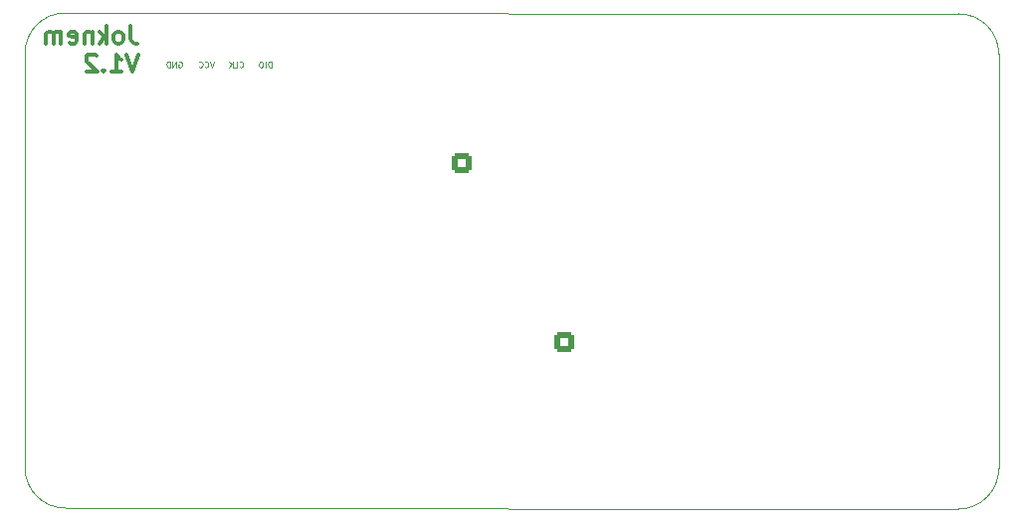
<source format=gbo>
%TF.GenerationSoftware,KiCad,Pcbnew,7.0.2-0*%
%TF.CreationDate,2024-06-12T14:29:37+08:00*%
%TF.ProjectId,angle_detect,616e676c-655f-4646-9574-6563742e6b69,rev?*%
%TF.SameCoordinates,Original*%
%TF.FileFunction,Legend,Bot*%
%TF.FilePolarity,Positive*%
%FSLAX46Y46*%
G04 Gerber Fmt 4.6, Leading zero omitted, Abs format (unit mm)*
G04 Created by KiCad (PCBNEW 7.0.2-0) date 2024-06-12 14:29:37*
%MOMM*%
%LPD*%
G01*
G04 APERTURE LIST*
G04 Aperture macros list*
%AMRoundRect*
0 Rectangle with rounded corners*
0 $1 Rounding radius*
0 $2 $3 $4 $5 $6 $7 $8 $9 X,Y pos of 4 corners*
0 Add a 4 corners polygon primitive as box body*
4,1,4,$2,$3,$4,$5,$6,$7,$8,$9,$2,$3,0*
0 Add four circle primitives for the rounded corners*
1,1,$1+$1,$2,$3*
1,1,$1+$1,$4,$5*
1,1,$1+$1,$6,$7*
1,1,$1+$1,$8,$9*
0 Add four rect primitives between the rounded corners*
20,1,$1+$1,$2,$3,$4,$5,0*
20,1,$1+$1,$4,$5,$6,$7,0*
20,1,$1+$1,$6,$7,$8,$9,0*
20,1,$1+$1,$8,$9,$2,$3,0*%
G04 Aperture macros list end*
%ADD10C,0.300000*%
%ADD11C,0.100000*%
%ADD12RoundRect,0.250000X-0.620000X0.620000X-0.620000X-0.620000X0.620000X-0.620000X0.620000X0.620000X0*%
%ADD13C,1.740000*%
%ADD14R,1.700000X1.700000*%
%ADD15O,1.700000X1.700000*%
%ADD16C,0.650000*%
%ADD17O,1.000000X2.100000*%
%ADD18O,1.000000X1.800000*%
%ADD19RoundRect,0.250000X0.620000X-0.620000X0.620000X0.620000X-0.620000X0.620000X-0.620000X-0.620000X0*%
%TA.AperFunction,Profile*%
%ADD20C,0.100000*%
%TD*%
G04 APERTURE END LIST*
D10*
X58269285Y-129617428D02*
X58269285Y-130688857D01*
X58269285Y-130688857D02*
X58340714Y-130903142D01*
X58340714Y-130903142D02*
X58483571Y-131046000D01*
X58483571Y-131046000D02*
X58697857Y-131117428D01*
X58697857Y-131117428D02*
X58840714Y-131117428D01*
X57340714Y-131117428D02*
X57483571Y-131046000D01*
X57483571Y-131046000D02*
X57555000Y-130974571D01*
X57555000Y-130974571D02*
X57626428Y-130831714D01*
X57626428Y-130831714D02*
X57626428Y-130403142D01*
X57626428Y-130403142D02*
X57555000Y-130260285D01*
X57555000Y-130260285D02*
X57483571Y-130188857D01*
X57483571Y-130188857D02*
X57340714Y-130117428D01*
X57340714Y-130117428D02*
X57126428Y-130117428D01*
X57126428Y-130117428D02*
X56983571Y-130188857D01*
X56983571Y-130188857D02*
X56912143Y-130260285D01*
X56912143Y-130260285D02*
X56840714Y-130403142D01*
X56840714Y-130403142D02*
X56840714Y-130831714D01*
X56840714Y-130831714D02*
X56912143Y-130974571D01*
X56912143Y-130974571D02*
X56983571Y-131046000D01*
X56983571Y-131046000D02*
X57126428Y-131117428D01*
X57126428Y-131117428D02*
X57340714Y-131117428D01*
X56197857Y-131117428D02*
X56197857Y-129617428D01*
X56055000Y-130546000D02*
X55626428Y-131117428D01*
X55626428Y-130117428D02*
X56197857Y-130688857D01*
X54983571Y-130117428D02*
X54983571Y-131117428D01*
X54983571Y-130260285D02*
X54912142Y-130188857D01*
X54912142Y-130188857D02*
X54769285Y-130117428D01*
X54769285Y-130117428D02*
X54554999Y-130117428D01*
X54554999Y-130117428D02*
X54412142Y-130188857D01*
X54412142Y-130188857D02*
X54340714Y-130331714D01*
X54340714Y-130331714D02*
X54340714Y-131117428D01*
X53054999Y-131046000D02*
X53197856Y-131117428D01*
X53197856Y-131117428D02*
X53483571Y-131117428D01*
X53483571Y-131117428D02*
X53626428Y-131046000D01*
X53626428Y-131046000D02*
X53697856Y-130903142D01*
X53697856Y-130903142D02*
X53697856Y-130331714D01*
X53697856Y-130331714D02*
X53626428Y-130188857D01*
X53626428Y-130188857D02*
X53483571Y-130117428D01*
X53483571Y-130117428D02*
X53197856Y-130117428D01*
X53197856Y-130117428D02*
X53054999Y-130188857D01*
X53054999Y-130188857D02*
X52983571Y-130331714D01*
X52983571Y-130331714D02*
X52983571Y-130474571D01*
X52983571Y-130474571D02*
X53697856Y-130617428D01*
X52340714Y-131117428D02*
X52340714Y-130117428D01*
X52340714Y-130260285D02*
X52269285Y-130188857D01*
X52269285Y-130188857D02*
X52126428Y-130117428D01*
X52126428Y-130117428D02*
X51912142Y-130117428D01*
X51912142Y-130117428D02*
X51769285Y-130188857D01*
X51769285Y-130188857D02*
X51697857Y-130331714D01*
X51697857Y-130331714D02*
X51697857Y-131117428D01*
X51697857Y-130331714D02*
X51626428Y-130188857D01*
X51626428Y-130188857D02*
X51483571Y-130117428D01*
X51483571Y-130117428D02*
X51269285Y-130117428D01*
X51269285Y-130117428D02*
X51126428Y-130188857D01*
X51126428Y-130188857D02*
X51054999Y-130331714D01*
X51054999Y-130331714D02*
X51054999Y-131117428D01*
X58912142Y-132047428D02*
X58412142Y-133547428D01*
X58412142Y-133547428D02*
X57912142Y-132047428D01*
X56626428Y-133547428D02*
X57483571Y-133547428D01*
X57055000Y-133547428D02*
X57055000Y-132047428D01*
X57055000Y-132047428D02*
X57197857Y-132261714D01*
X57197857Y-132261714D02*
X57340714Y-132404571D01*
X57340714Y-132404571D02*
X57483571Y-132476000D01*
X55983572Y-133404571D02*
X55912143Y-133476000D01*
X55912143Y-133476000D02*
X55983572Y-133547428D01*
X55983572Y-133547428D02*
X56055000Y-133476000D01*
X56055000Y-133476000D02*
X55983572Y-133404571D01*
X55983572Y-133404571D02*
X55983572Y-133547428D01*
X55340714Y-132190285D02*
X55269286Y-132118857D01*
X55269286Y-132118857D02*
X55126429Y-132047428D01*
X55126429Y-132047428D02*
X54769286Y-132047428D01*
X54769286Y-132047428D02*
X54626429Y-132118857D01*
X54626429Y-132118857D02*
X54555000Y-132190285D01*
X54555000Y-132190285D02*
X54483571Y-132333142D01*
X54483571Y-132333142D02*
X54483571Y-132476000D01*
X54483571Y-132476000D02*
X54555000Y-132690285D01*
X54555000Y-132690285D02*
X55412143Y-133547428D01*
X55412143Y-133547428D02*
X54483571Y-133547428D01*
D11*
X65357380Y-132661809D02*
X65190714Y-133161809D01*
X65190714Y-133161809D02*
X65024047Y-132661809D01*
X64571667Y-133114190D02*
X64595476Y-133138000D01*
X64595476Y-133138000D02*
X64666905Y-133161809D01*
X64666905Y-133161809D02*
X64714524Y-133161809D01*
X64714524Y-133161809D02*
X64785952Y-133138000D01*
X64785952Y-133138000D02*
X64833571Y-133090380D01*
X64833571Y-133090380D02*
X64857381Y-133042761D01*
X64857381Y-133042761D02*
X64881190Y-132947523D01*
X64881190Y-132947523D02*
X64881190Y-132876095D01*
X64881190Y-132876095D02*
X64857381Y-132780857D01*
X64857381Y-132780857D02*
X64833571Y-132733238D01*
X64833571Y-132733238D02*
X64785952Y-132685619D01*
X64785952Y-132685619D02*
X64714524Y-132661809D01*
X64714524Y-132661809D02*
X64666905Y-132661809D01*
X64666905Y-132661809D02*
X64595476Y-132685619D01*
X64595476Y-132685619D02*
X64571667Y-132709428D01*
X64071667Y-133114190D02*
X64095476Y-133138000D01*
X64095476Y-133138000D02*
X64166905Y-133161809D01*
X64166905Y-133161809D02*
X64214524Y-133161809D01*
X64214524Y-133161809D02*
X64285952Y-133138000D01*
X64285952Y-133138000D02*
X64333571Y-133090380D01*
X64333571Y-133090380D02*
X64357381Y-133042761D01*
X64357381Y-133042761D02*
X64381190Y-132947523D01*
X64381190Y-132947523D02*
X64381190Y-132876095D01*
X64381190Y-132876095D02*
X64357381Y-132780857D01*
X64357381Y-132780857D02*
X64333571Y-132733238D01*
X64333571Y-132733238D02*
X64285952Y-132685619D01*
X64285952Y-132685619D02*
X64214524Y-132661809D01*
X64214524Y-132661809D02*
X64166905Y-132661809D01*
X64166905Y-132661809D02*
X64095476Y-132685619D01*
X64095476Y-132685619D02*
X64071667Y-132709428D01*
X70238952Y-133161809D02*
X70238952Y-132661809D01*
X70238952Y-132661809D02*
X70119904Y-132661809D01*
X70119904Y-132661809D02*
X70048476Y-132685619D01*
X70048476Y-132685619D02*
X70000857Y-132733238D01*
X70000857Y-132733238D02*
X69977047Y-132780857D01*
X69977047Y-132780857D02*
X69953238Y-132876095D01*
X69953238Y-132876095D02*
X69953238Y-132947523D01*
X69953238Y-132947523D02*
X69977047Y-133042761D01*
X69977047Y-133042761D02*
X70000857Y-133090380D01*
X70000857Y-133090380D02*
X70048476Y-133138000D01*
X70048476Y-133138000D02*
X70119904Y-133161809D01*
X70119904Y-133161809D02*
X70238952Y-133161809D01*
X69738952Y-133161809D02*
X69738952Y-132661809D01*
X69405619Y-132661809D02*
X69310381Y-132661809D01*
X69310381Y-132661809D02*
X69262762Y-132685619D01*
X69262762Y-132685619D02*
X69215143Y-132733238D01*
X69215143Y-132733238D02*
X69191333Y-132828476D01*
X69191333Y-132828476D02*
X69191333Y-132995142D01*
X69191333Y-132995142D02*
X69215143Y-133090380D01*
X69215143Y-133090380D02*
X69262762Y-133138000D01*
X69262762Y-133138000D02*
X69310381Y-133161809D01*
X69310381Y-133161809D02*
X69405619Y-133161809D01*
X69405619Y-133161809D02*
X69453238Y-133138000D01*
X69453238Y-133138000D02*
X69500857Y-133090380D01*
X69500857Y-133090380D02*
X69524666Y-132995142D01*
X69524666Y-132995142D02*
X69524666Y-132828476D01*
X69524666Y-132828476D02*
X69500857Y-132733238D01*
X69500857Y-132733238D02*
X69453238Y-132685619D01*
X69453238Y-132685619D02*
X69405619Y-132661809D01*
X62357047Y-132685619D02*
X62404666Y-132661809D01*
X62404666Y-132661809D02*
X62476095Y-132661809D01*
X62476095Y-132661809D02*
X62547523Y-132685619D01*
X62547523Y-132685619D02*
X62595142Y-132733238D01*
X62595142Y-132733238D02*
X62618952Y-132780857D01*
X62618952Y-132780857D02*
X62642761Y-132876095D01*
X62642761Y-132876095D02*
X62642761Y-132947523D01*
X62642761Y-132947523D02*
X62618952Y-133042761D01*
X62618952Y-133042761D02*
X62595142Y-133090380D01*
X62595142Y-133090380D02*
X62547523Y-133138000D01*
X62547523Y-133138000D02*
X62476095Y-133161809D01*
X62476095Y-133161809D02*
X62428476Y-133161809D01*
X62428476Y-133161809D02*
X62357047Y-133138000D01*
X62357047Y-133138000D02*
X62333238Y-133114190D01*
X62333238Y-133114190D02*
X62333238Y-132947523D01*
X62333238Y-132947523D02*
X62428476Y-132947523D01*
X62118952Y-133161809D02*
X62118952Y-132661809D01*
X62118952Y-132661809D02*
X61833238Y-133161809D01*
X61833238Y-133161809D02*
X61833238Y-132661809D01*
X61595142Y-133161809D02*
X61595142Y-132661809D01*
X61595142Y-132661809D02*
X61476094Y-132661809D01*
X61476094Y-132661809D02*
X61404666Y-132685619D01*
X61404666Y-132685619D02*
X61357047Y-132733238D01*
X61357047Y-132733238D02*
X61333237Y-132780857D01*
X61333237Y-132780857D02*
X61309428Y-132876095D01*
X61309428Y-132876095D02*
X61309428Y-132947523D01*
X61309428Y-132947523D02*
X61333237Y-133042761D01*
X61333237Y-133042761D02*
X61357047Y-133090380D01*
X61357047Y-133090380D02*
X61404666Y-133138000D01*
X61404666Y-133138000D02*
X61476094Y-133161809D01*
X61476094Y-133161809D02*
X61595142Y-133161809D01*
X67540238Y-133114190D02*
X67564047Y-133138000D01*
X67564047Y-133138000D02*
X67635476Y-133161809D01*
X67635476Y-133161809D02*
X67683095Y-133161809D01*
X67683095Y-133161809D02*
X67754523Y-133138000D01*
X67754523Y-133138000D02*
X67802142Y-133090380D01*
X67802142Y-133090380D02*
X67825952Y-133042761D01*
X67825952Y-133042761D02*
X67849761Y-132947523D01*
X67849761Y-132947523D02*
X67849761Y-132876095D01*
X67849761Y-132876095D02*
X67825952Y-132780857D01*
X67825952Y-132780857D02*
X67802142Y-132733238D01*
X67802142Y-132733238D02*
X67754523Y-132685619D01*
X67754523Y-132685619D02*
X67683095Y-132661809D01*
X67683095Y-132661809D02*
X67635476Y-132661809D01*
X67635476Y-132661809D02*
X67564047Y-132685619D01*
X67564047Y-132685619D02*
X67540238Y-132709428D01*
X67087857Y-133161809D02*
X67325952Y-133161809D01*
X67325952Y-133161809D02*
X67325952Y-132661809D01*
X66921190Y-133161809D02*
X66921190Y-132661809D01*
X66635476Y-133161809D02*
X66849761Y-132876095D01*
X66635476Y-132661809D02*
X66921190Y-132947523D01*
%LPC*%
D12*
%TO.C,J2*%
X86475000Y-141351000D03*
D13*
X86475000Y-143891000D03*
X86475000Y-146431000D03*
X86475000Y-148971000D03*
X86475000Y-151511000D03*
X86475000Y-154051000D03*
X86475000Y-156591000D03*
%TD*%
D14*
%TO.C,J4*%
X77978000Y-142494000D03*
D15*
X77978000Y-139954000D03*
X77978000Y-137414000D03*
X77978000Y-134874000D03*
%TD*%
D14*
%TO.C,J6*%
X51816000Y-140208000D03*
D15*
X51816000Y-137668000D03*
X51816000Y-135128000D03*
%TD*%
D16*
%TO.C,J3*%
X63912000Y-163198000D03*
X69692000Y-163198000D03*
D17*
X62482000Y-162678000D03*
D18*
X62482000Y-166878000D03*
D17*
X71122000Y-162678000D03*
D18*
X71122000Y-166878000D03*
%TD*%
D14*
%TO.C,J5*%
X61976000Y-130302000D03*
D15*
X64516000Y-130302000D03*
X67056000Y-130302000D03*
X69596000Y-130302000D03*
%TD*%
D19*
%TO.C,J1*%
X95123000Y-156591000D03*
D13*
X95123000Y-154051000D03*
X95123000Y-151511000D03*
X95123000Y-148971000D03*
X95123000Y-146431000D03*
X95123000Y-143891000D03*
X95123000Y-141351000D03*
%TD*%
%LPD*%
D20*
X49276000Y-167259000D02*
G75*
G03*
X52705000Y-170688000I3429000J0D01*
G01*
X128701800Y-170764200D02*
G75*
G03*
X132130800Y-167335200I0J3429000D01*
G01*
X52705000Y-128524000D02*
X128701800Y-128600200D01*
X49276000Y-167259000D02*
X49276000Y-131953000D01*
X132130800Y-132029200D02*
X132130800Y-167335200D01*
X52705000Y-128524000D02*
G75*
G03*
X49276000Y-131953000I0J-3429000D01*
G01*
X128701800Y-170764200D02*
X52705000Y-170688000D01*
X132130800Y-132029200D02*
G75*
G03*
X128701800Y-128600200I-3429000J0D01*
G01*
M02*

</source>
